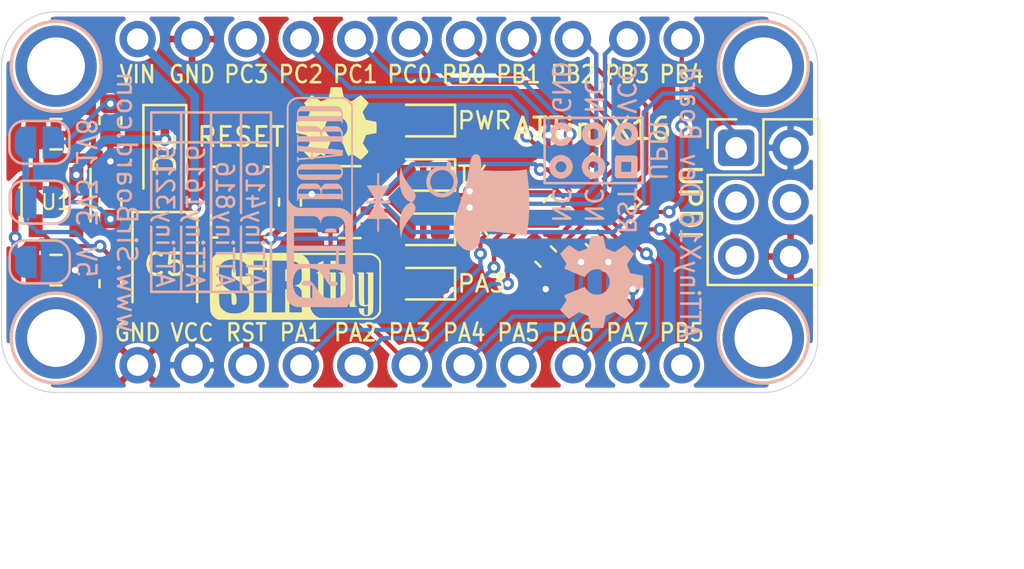
<source format=kicad_pcb>
(kicad_pcb (version 20171130) (host pcbnew "(5.1.2)-2")
  (title_block (title "ATTiny X16 Development Board ") (date 2020-04-24) (rev 2) (company SirBoard) (comment 1 www.SirBoard.com) (comment 2 "ATTiny 416, 816 and 1616"))
  (layers (0 F.Cu signal) (31 B.Cu signal) (34 B.Paste user hide) (35 F.Paste user hide) (36 B.SilkS user) (37 F.SilkS user) (38 B.Mask user hide) (39 F.Mask user hide) (44 Edge.Cuts user))
  (net 0 "")
  (net 1 VCC)
  (net 2 VIN)
  (net 3 GND)
  (net 4 RST)
  (net 5 PA1)
  (net 6 PA7)
  (net 7 PA6)
  (net 8 PA2)
  (net 9 PA3)
  (net 10 "Net-(J4-Pad5)")
  (net 11 "Net-(J4-Pad4)")
  (net 12 "Net-(J4-Pad3)")
  (net 13 /1V8)
  (net 14 /ADJ)
  (net 15 /3V3)
  (net 16 "Net-(5V1-Pad2)")
  (net 17 PA5)
  (net 18 PA4)
  (net 19 PB1)
  (net 20 PB0)
  (net 21 RXD)
  (net 22 TXD)
  (net 23 "Net-(PA3-Pad2)")
  (net 24 "Net-(PWR1-Pad2)")
  (net 25 "Net-(RN1-Pad2)")
  (net 26 "Net-(RN1-Pad3)")
  (net 27 PB5)
  (net 28 PB4)
  (net 29 PC0)
  (net 30 PC1)
  (net 31 PC2)
  (net 32 PC3)
  (module logo:SirTiny80X31 (layer F.Cu) (at 59.69 35.306)
    (fp_text reference G*** hide)
    (fp_text value LOGO hide)
  )
  (module Capacitor_Tantalum_SMD:CP_EIA-3528-15_AVX-H (layer F.Cu) (at 53.594 34.29 270)
    (fp_text reference C5 (at 0 0 180) (layer F.SilkS))
    (fp_text value 22uF)
    (pad 2 smd roundrect (at 1.5375 0 270) (size 1.325 2.35) (layers F.Cu F.Paste F.Mask) (roundrect_rratio 0.188679) (net 3 GND))
    (pad 1 smd roundrect (at -1.5375 0 270) (size 1.325 2.35) (layers F.Cu F.Paste F.Mask) (roundrect_rratio 0.188679) (net 2 VIN))
  )
  (module Connector_PinHeader_2.54mm:PinHeader_1x11_P2.54mm_Vertical (layer B.Cu) (at 52.324 23.749 270)
    (fp_text reference J2 hide)
    (fp_text value Conn_01x11)
    (pad 11 thru_hole oval (at 0 -25.4 270) (size 1.7 1.7) (drill 1) (layers *.Cu *.Mask) (net 28 PB4))
    (pad 10 thru_hole oval (at 0 -22.86 270) (size 1.7 1.7) (drill 1) (layers *.Cu *.Mask) (net 21 RXD))
    (pad 9 thru_hole oval (at 0 -20.32 270) (size 1.7 1.7) (drill 1) (layers *.Cu *.Mask) (net 22 TXD))
    (pad 8 thru_hole oval (at 0 -17.78 270) (size 1.7 1.7) (drill 1) (layers *.Cu *.Mask) (net 19 PB1))
    (pad 7 thru_hole oval (at 0 -15.24 270) (size 1.7 1.7) (drill 1) (layers *.Cu *.Mask) (net 20 PB0))
    (pad 6 thru_hole oval (at 0 -12.7 270) (size 1.7 1.7) (drill 1) (layers *.Cu *.Mask) (net 29 PC0))
    (pad 5 thru_hole oval (at 0 -10.16 270) (size 1.7 1.7) (drill 1) (layers *.Cu *.Mask) (net 30 PC1))
    (pad 4 thru_hole oval (at 0 -7.62 270) (size 1.7 1.7) (drill 1) (layers *.Cu *.Mask) (net 31 PC2))
    (pad 3 thru_hole oval (at 0 -5.08 270) (size 1.7 1.7) (drill 1) (layers *.Cu *.Mask) (net 32 PC3))
    (pad 2 thru_hole oval (at 0 -2.54 270) (size 1.7 1.7) (drill 1) (layers *.Cu *.Mask) (net 3 GND))
    (pad 1 thru_hole circle (at 0 0 270) (size 1.7 1.7) (drill 1) (layers *.Cu *.Mask) (net 2 VIN))
  )
  (module Connector_PinHeader_2.54mm:PinHeader_1x11_P2.54mm_Vertical (layer B.Cu) (at 52.324 38.989 270)
    (fp_text reference J1 hide)
    (fp_text value Conn_01x11)
    (pad 11 thru_hole oval (at 0 -25.4 270) (size 1.7 1.7) (drill 1) (layers *.Cu *.Mask) (net 27 PB5))
    (pad 10 thru_hole oval (at 0 -22.86 270) (size 1.7 1.7) (drill 1) (layers *.Cu *.Mask) (net 6 PA7))
    (pad 9 thru_hole oval (at 0 -20.32 270) (size 1.7 1.7) (drill 1) (layers *.Cu *.Mask) (net 7 PA6))
    (pad 8 thru_hole oval (at 0 -17.78 270) (size 1.7 1.7) (drill 1) (layers *.Cu *.Mask) (net 17 PA5))
    (pad 7 thru_hole oval (at 0 -15.24 270) (size 1.7 1.7) (drill 1) (layers *.Cu *.Mask) (net 18 PA4))
    (pad 6 thru_hole oval (at 0 -12.7 270) (size 1.7 1.7) (drill 1) (layers *.Cu *.Mask) (net 9 PA3))
    (pad 5 thru_hole oval (at 0 -10.16 270) (size 1.7 1.7) (drill 1) (layers *.Cu *.Mask) (net 8 PA2))
    (pad 4 thru_hole oval (at 0 -7.62 270) (size 1.7 1.7) (drill 1) (layers *.Cu *.Mask) (net 5 PA1))
    (pad 3 thru_hole oval (at 0 -5.08 270) (size 1.7 1.7) (drill 1) (layers *.Cu *.Mask) (net 4 RST))
    (pad 2 thru_hole oval (at 0 -2.54 270) (size 1.7 1.7) (drill 1) (layers *.Cu *.Mask) (net 1 VCC))
    (pad 1 thru_hole circle (at 0 0 270) (size 1.7 1.7) (drill 1) (layers *.Cu *.Mask) (net 3 GND))
  )
  (module Package_DFN_QFN:VQFN-20-1EP_3x3mm_P0.4mm_EP1.7x1.7mm (layer F.Cu) (at 73.566959 31.369 45)
    (fp_text reference U2 hide)
    (fp_text value ATtiny1616-M)
    (pad 20 smd custom (at -0.8 -1.45 45) (size 0.143431 0.143431) (layers F.Cu F.Paste F.Mask) (net 5 PA1) (options (clearance outline) (anchor circle)) (primitives (gr_poly (pts (xy -0.05 -0.35) (xy 0.05 -0.35) (xy 0.05 0.35) (xy 0.000711 0.35) (xy -0.05 0.299289)) (width 0.1))))
    (pad 19 smd roundrect (at -0.4 -1.45 45) (size 0.2 0.8) (layers F.Cu F.Paste F.Mask) (net 4 RST))
    (pad 18 smd roundrect (at 0 -1.45 45) (size 0.2 0.8) (layers F.Cu F.Paste F.Mask) (net 32 PC3))
    (pad 17 smd roundrect (at 0.4 -1.45 45) (size 0.2 0.8) (layers F.Cu F.Paste F.Mask) (net 31 PC2))
    (pad 16 smd custom (at 0.8 -1.45 45) (size 0.143431 0.143431) (layers F.Cu F.Paste F.Mask) (net 30 PC1) (options (clearance outline) (anchor circle)) (primitives (gr_poly (pts (xy -0.05 -0.35) (xy 0.05 -0.35) (xy 0.05 0.299289) (xy -0.000711 0.35) (xy -0.05 0.35)) (width 0.1))))
    (pad 15 smd custom (at 1.45 -0.8 45) (size 0.143431 0.143431) (layers F.Cu F.Paste F.Mask) (net 29 PC0) (options (clearance outline) (anchor circle)) (primitives (gr_poly (pts (xy -0.35 0.000711) (xy -0.299289 -0.05) (xy 0.35 -0.05) (xy 0.35 0.05) (xy -0.35 0.05)) (width 0.1))))
    (pad 14 smd roundrect (at 1.45 -0.4 45) (size 0.8 0.2) (layers F.Cu F.Paste F.Mask) (net 20 PB0))
    (pad 13 smd roundrect (at 1.45 0 45) (size 0.8 0.2) (layers F.Cu F.Paste F.Mask) (net 19 PB1))
    (pad 12 smd roundrect (at 1.45 0.4 45) (size 0.8 0.2) (layers F.Cu F.Paste F.Mask) (net 22 TXD))
    (pad 11 smd custom (at 1.45 0.8 45) (size 0.143431 0.143431) (layers F.Cu F.Paste F.Mask) (net 21 RXD) (options (clearance outline) (anchor circle)) (primitives (gr_poly (pts (xy -0.35 -0.05) (xy 0.35 -0.05) (xy 0.35 0.05) (xy -0.299289 0.05) (xy -0.35 -0.000711)) (width 0.1))))
    (pad 10 smd custom (at 0.8 1.45 45) (size 0.143431 0.143431) (layers F.Cu F.Paste F.Mask) (net 28 PB4) (options (clearance outline) (anchor circle)) (primitives (gr_poly (pts (xy -0.05 -0.35) (xy -0.000711 -0.35) (xy 0.05 -0.299289) (xy 0.05 0.35) (xy -0.05 0.35)) (width 0.1))))
    (pad 9 smd roundrect (at 0.4 1.45 45) (size 0.2 0.8) (layers F.Cu F.Paste F.Mask) (net 27 PB5))
    (pad 8 smd roundrect (at 0 1.45 45) (size 0.2 0.8) (layers F.Cu F.Paste F.Mask) (net 6 PA7))
    (pad 7 smd roundrect (at -0.4 1.45 45) (size 0.2 0.8) (layers F.Cu F.Paste F.Mask) (net 7 PA6))
    (pad 6 smd custom (at -0.8 1.45 45) (size 0.143431 0.143431) (layers F.Cu F.Paste F.Mask) (net 17 PA5) (options (clearance outline) (anchor circle)) (primitives (gr_poly (pts (xy -0.05 -0.299289) (xy 0.000711 -0.35) (xy 0.05 -0.35) (xy 0.05 0.35) (xy -0.05 0.35)) (width 0.1))))
    (pad 5 smd custom (at -1.45 0.8 45) (size 0.143431 0.143431) (layers F.Cu F.Paste F.Mask) (net 18 PA4) (options (clearance outline) (anchor circle)) (primitives (gr_poly (pts (xy -0.35 -0.05) (xy 0.35 -0.05) (xy 0.35 -0.000711) (xy 0.299289 0.05) (xy -0.35 0.05)) (width 0.1))))
    (pad 4 smd roundrect (at -1.45 0.4 45) (size 0.8 0.2) (layers F.Cu F.Paste F.Mask) (net 1 VCC))
    (pad 3 smd roundrect (at -1.45 0 45) (size 0.8 0.2) (layers F.Cu F.Paste F.Mask) (net 3 GND))
    (pad 2 smd roundrect (at -1.45 -0.4 45) (size 0.8 0.2) (layers F.Cu F.Paste F.Mask) (net 9 PA3))
    (pad 1 smd custom (at -1.45 -0.8 45) (size 0.143431 0.143431) (layers F.Cu F.Paste F.Mask) (net 8 PA2) (options (clearance outline) (anchor circle)) (primitives (gr_poly (pts (xy -0.35 -0.05) (xy 0.299289 -0.05) (xy 0.35 0.000711) (xy 0.35 0.05) (xy -0.35 0.05)) (width 0.1))))
    (pad 21 smd roundrect (at 0 0 45) (size 1.7 1.7) (layers F.Cu F.Mask) (roundrect_rratio 0.147059) (net 3 GND))
  )
  (module logo:OSHW62x45 (layer B.Cu) (at 73.9902 35.1028 90)
    (fp_text reference G*** hide)
    (fp_text value LOGO hide)
  )
  (module logo:logo76x107 (layer B.Cu) (at 66.802 31.369 90)
    (fp_text reference G*** hide)
    (fp_text value LOGO hide)
  )
  (module logo:OSHW55x39 (layer F.Cu) (at 61.595 27.686)
    (fp_text reference G*** hide)
    (fp_text value LOGO hide)
  )
  (module Resistor_SMD:R_Array_Convex_4x0603 (layer F.Cu) (at 62.23 31.369 180)
    (fp_text reference RN1 hide)
    (fp_text value 330E)
    (pad 5 smd rect (at 0.9 1.2 180) (size 0.8 0.5) (layers F.Cu F.Paste F.Mask) (net 1 VCC))
    (pad 6 smd rect (at 0.9 0.4 180) (size 0.8 0.4) (layers F.Cu F.Paste F.Mask) (net 1 VCC))
    (pad 8 smd rect (at 0.9 -1.2 180) (size 0.8 0.5) (layers F.Cu F.Paste F.Mask) (net 9 PA3))
    (pad 7 smd rect (at 0.9 -0.4 180) (size 0.8 0.4) (layers F.Cu F.Paste F.Mask) (net 1 VCC))
    (pad 4 smd rect (at -0.9 1.2 180) (size 0.8 0.5) (layers F.Cu F.Paste F.Mask) (net 24 "Net-(PWR1-Pad2)"))
    (pad 2 smd rect (at -0.9 -0.4 180) (size 0.8 0.4) (layers F.Cu F.Paste F.Mask) (net 25 "Net-(RN1-Pad2)"))
    (pad 3 smd rect (at -0.9 0.4 180) (size 0.8 0.4) (layers F.Cu F.Paste F.Mask) (net 26 "Net-(RN1-Pad3)"))
    (pad 1 smd rect (at -0.9 -1.2 180) (size 0.8 0.5) (layers F.Cu F.Paste F.Mask) (net 23 "Net-(PA3-Pad2)"))
  )
  (module LED_SMD:LED_0603_1608Metric (layer F.Cu) (at 65.659 30.099 180)
    (fp_text reference TX (at -1.524 0) (layer F.SilkS) (effects (font (size 0.8 0.8) (thickness 0.12)) (justify left)))
    (fp_text value YEL)
    (pad 2 smd roundrect (at 0.7875 0 180) (size 0.875 0.95) (layers F.Cu F.Paste F.Mask) (net 26 "Net-(RN1-Pad3)"))
    (pad 1 smd roundrect (at -0.7875 0 180) (size 0.875 0.95) (layers F.Cu F.Paste F.Mask) (net 22 TXD))
  )
  (module LED_SMD:LED_0603_1608Metric (layer F.Cu) (at 65.659 32.639 180)
    (fp_text reference RX (at -1.524 0) (layer F.SilkS) (effects (font (size 0.8 0.8) (thickness 0.12)) (justify left)))
    (fp_text value YEL)
    (pad 2 smd roundrect (at 0.7875 0 180) (size 0.875 0.95) (layers F.Cu F.Paste F.Mask) (net 25 "Net-(RN1-Pad2)"))
    (pad 1 smd roundrect (at -0.7875 0 180) (size 0.875 0.95) (layers F.Cu F.Paste F.Mask) (net 21 RXD))
  )
  (module Jumper:SolderJumper-2_P1.3mm_Open_RoundedPad1.0x1.5mm (layer B.Cu) (at 47.752 34.163 180)
    (fp_text reference 5V (at -2.159 0 270 unlocked) (layer B.SilkS) (effects (font (size 0.9 0.8) (thickness 0.12)) (justify mirror)))
    (fp_text value SolderJumper_2_Open)
    (pad 2 smd custom (at 0.65 0 180) (size 1 0.5) (layers B.Cu B.Mask) (net 16 "Net-(5V1-Pad2)") (options (clearance outline) (anchor rect)) (primitives (gr_circle (center 0 -0.25) (end 0.5 -0.25) (width 0)) (gr_circle (center 0 0.25) (end 0.5 0.25) (width 0)) (gr_poly (pts (xy 0 0.75) (xy -0.5 0.75) (xy -0.5 -0.75) (xy 0 -0.75)) (width 0))))
    (pad 1 smd custom (at -0.65 0 180) (size 1 0.5) (layers B.Cu B.Mask) (net 1 VCC) (options (clearance outline) (anchor rect)) (primitives (gr_circle (center 0 -0.25) (end 0.5 -0.25) (width 0)) (gr_circle (center 0 0.25) (end 0.5 0.25) (width 0)) (gr_poly (pts (xy 0 0.75) (xy 0.5 0.75) (xy 0.5 -0.75) (xy 0 -0.75)) (width 0))))
  )
  (module Diode_SMD:D_SOD-123 (layer F.Cu) (at 53.594 29.083 270)
    (fp_text reference D1 (at -0.001 0 90) (layer F.SilkS))
    (fp_text value MBR120)
    (pad 2 smd rect (at 1.65 0 270) (size 0.9 1.2) (layers F.Cu F.Paste F.Mask) (net 2 VIN))
    (pad 1 smd rect (at -1.65 0 270) (size 0.9 1.2) (layers F.Cu F.Paste F.Mask) (net 16 "Net-(5V1-Pad2)"))
  )
  (module logo:SirBoard98x31 (layer B.Cu) (at 60.833 31.369 90)
    (fp_text reference G*** hide)
    (fp_text value LOGO hide)
  )
  (module Capacitor_SMD:C_0603_1608Metric (layer F.Cu) (at 71.374 33.909 135)
    (fp_text reference C3 hide)
    (fp_text value 100nF)
    (pad 2 smd roundrect (at 0.7875 0 135) (size 0.875 0.95) (layers F.Cu F.Paste F.Mask) (net 3 GND))
    (pad 1 smd roundrect (at -0.7875 0 135) (size 0.875 0.95) (layers F.Cu F.Paste F.Mask) (net 1 VCC))
  )
  (module Capacitor_SMD:C_0805_2012Metric (layer F.Cu) (at 48.514 28.194)
    (fp_text reference C1 hide)
    (fp_text value 10uF)
    (pad 2 smd roundrect (at 0.9375 0) (size 0.975 1.4) (layers F.Cu F.Paste F.Mask) (net 3 GND))
    (pad 1 smd roundrect (at -0.9375 0) (size 0.975 1.4) (layers F.Cu F.Paste F.Mask) (net 16 "Net-(5V1-Pad2)"))
  )
  (module Capacitor_SMD:C_0805_2012Metric (layer F.Cu) (at 48.514 34.544 180)
    (fp_text reference C2 hide)
    (fp_text value 2u2)
    (pad 2 smd roundrect (at 0.9375 0 180) (size 0.975 1.4) (layers F.Cu F.Paste F.Mask) (net 3 GND))
    (pad 1 smd roundrect (at -0.9375 0 180) (size 0.975 1.4) (layers F.Cu F.Paste F.Mask) (net 1 VCC))
  )
  (module Package_TO_SOT_SMD:SOT-23-5 (layer F.Cu) (at 48.514 31.369 270)
    (fp_text reference U1 (at 0 0) (layer F.SilkS) (effects (font (size 0.7 0.7) (thickness 0.1))))
    (fp_text value AP7365)
    (pad 5 smd rect (at 1.1 -0.95 270) (size 1.06 0.65) (layers F.Cu F.Paste F.Mask) (net 1 VCC))
    (pad 4 smd rect (at 1.1 0.95 270) (size 1.06 0.65) (layers F.Cu F.Paste F.Mask) (net 14 /ADJ))
    (pad 3 smd rect (at -1.1 0.95 270) (size 1.06 0.65) (layers F.Cu F.Paste F.Mask) (net 16 "Net-(5V1-Pad2)"))
    (pad 2 smd rect (at -1.1 0 270) (size 1.06 0.65) (layers F.Cu F.Paste F.Mask) (net 3 GND))
    (pad 1 smd rect (at -1.1 -0.95 270) (size 1.06 0.65) (layers F.Cu F.Paste F.Mask) (net 16 "Net-(5V1-Pad2)"))
  )
  (module Button_Switch_SMD:SW_SPST_B3U-1000P (layer F.Cu) (at 57.15 31.369 90)
    (fp_text reference RESET (at 3.048 0) (layer F.SilkS) (effects (font (size 0.9 0.9) (thickness 0.13))))
    (fp_text value RST)
    (pad 2 smd rect (at 1.7 0 90) (size 0.9 1.7) (layers F.Cu F.Paste F.Mask) (net 3 GND))
    (pad 1 smd rect (at -1.7 0 90) (size 0.9 1.7) (layers F.Cu F.Paste F.Mask) (net 4 RST))
  )
  (module Resistor_SMD:R_0603_1608Metric (layer F.Cu) (at 59.436 31.369 270)
    (fp_text reference R6 hide)
    (fp_text value 10k)
    (pad 2 smd roundrect (at 0.7875 0 270) (size 0.875 0.95) (layers F.Cu F.Paste F.Mask) (net 4 RST))
    (pad 1 smd roundrect (at -0.7875 0 270) (size 0.875 0.95) (layers F.Cu F.Paste F.Mask) (net 1 VCC))
  )
  (module Resistor_SMD:R_0603_1608Metric (layer F.Cu) (at 51.054 27.559 90)
    (fp_text reference R5 hide)
    (fp_text value 18k)
    (pad 2 smd roundrect (at 0.7875 0 90) (size 0.875 0.95) (layers F.Cu F.Paste F.Mask) (net 13 /1V8))
    (pad 1 smd roundrect (at -0.7875 0 90) (size 0.875 0.95) (layers F.Cu F.Paste F.Mask) (net 1 VCC))
  )
  (module Resistor_SMD:R_0603_1608Metric (layer F.Cu) (at 51.054 35.179 270)
    (fp_text reference R4 hide)
    (fp_text value 12.4k)
    (pad 2 smd roundrect (at 0.7875 0 270) (size 0.875 0.95) (layers F.Cu F.Paste F.Mask) (net 3 GND))
    (pad 1 smd roundrect (at -0.7875 0 270) (size 0.875 0.95) (layers F.Cu F.Paste F.Mask) (net 14 /ADJ))
  )
  (module Resistor_SMD:R_0603_1608Metric (layer F.Cu) (at 51.054 31.369 270)
    (fp_text reference R3 hide)
    (fp_text value 39k)
    (pad 2 smd roundrect (at 0.7875 0 270) (size 0.875 0.95) (layers F.Cu F.Paste F.Mask) (net 15 /3V3))
    (pad 1 smd roundrect (at -0.7875 0 270) (size 0.875 0.95) (layers F.Cu F.Paste F.Mask) (net 1 VCC))
  )
  (module Connector_PinHeader_2.54mm:PinHeader_2x03_P2.54mm_Vertical (layer F.Cu) (at 80.264 28.829)
    (fp_text reference UPDI (at -2.159 2.54 270 unlocked) (layer F.SilkS))
    (fp_text value UPDI)
    (pad 6 thru_hole oval (at 2.54 5.08) (size 1.7 1.7) (drill 1) (layers *.Cu *.Mask) (net 3 GND))
    (pad 5 thru_hole oval (at 0 5.08) (size 1.7 1.7) (drill 1) (layers *.Cu *.Mask) (net 10 "Net-(J4-Pad5)"))
    (pad 4 thru_hole oval (at 2.54 2.54) (size 1.7 1.7) (drill 1) (layers *.Cu *.Mask) (net 11 "Net-(J4-Pad4)"))
    (pad 3 thru_hole oval (at 0 2.54) (size 1.7 1.7) (drill 1) (layers *.Cu *.Mask) (net 12 "Net-(J4-Pad3)"))
    (pad 2 thru_hole oval (at 2.54 0) (size 1.7 1.7) (drill 1) (layers *.Cu *.Mask) (net 1 VCC))
    (pad 1 thru_hole roundrect (at 0 0) (size 1.7 1.7) (drill 1) (layers *.Cu *.Mask) (roundrect_rratio 0.15) (net 4 RST))
  )
  (module SirBoardLibrary:MountingHole_M2.5_SirBoard (layer F.Cu) (at 48.514 37.719 270)
    (fp_text reference H4 hide)
    (fp_text value MountingHole)
    (pad 1 thru_hole circle (at 0 0 270) (size 3.8 3.8) (drill 2.7) (layers *.Cu *.Mask))
  )
  (module SirBoardLibrary:MountingHole_M2.5_SirBoard (layer F.Cu) (at 48.514 25.019 270)
    (fp_text reference H3 hide)
    (fp_text value MountingHole)
    (pad 1 thru_hole circle (at 0 0 270) (size 3.8 3.8) (drill 2.7) (layers *.Cu *.Mask))
  )
  (module SirBoardLibrary:MountingHole_M2.5_SirBoard (layer F.Cu) (at 81.534 37.719 270)
    (fp_text reference H2 hide)
    (fp_text value MountingHole)
    (pad 1 thru_hole circle (at 0 0 270) (size 3.8 3.8) (drill 2.7) (layers *.Cu *.Mask))
  )
  (module SirBoardLibrary:MountingHole_M2.5_SirBoard (layer F.Cu) (at 81.534 25.019 270)
    (fp_text reference H1 hide)
    (fp_text value MountingHole)
    (pad 1 thru_hole circle (at 0 0 270) (size 3.8 3.8) (drill 2.7) (layers *.Cu *.Mask))
  )
  (module LED_SMD:LED_0603_1608Metric (layer F.Cu) (at 65.659 35.179 180)
    (fp_text reference PA3 (at -1.524 0) (layer F.SilkS) (effects (font (size 0.8 0.8) (thickness 0.12)) (justify left)))
    (fp_text value BLUE)
    (pad 1 smd roundrect (at -0.7875 0 180) (size 0.875 0.95) (layers F.Cu F.Paste F.Mask) (net 3 GND))
    (pad 2 smd roundrect (at 0.7875 0 180) (size 0.875 0.95) (layers F.Cu F.Paste F.Mask) (net 23 "Net-(PA3-Pad2)"))
  )
  (module LED_SMD:LED_0603_1608Metric (layer F.Cu) (at 65.659 27.559 180)
    (fp_text reference PWR (at -1.524 0) (layer F.SilkS) (effects (font (size 0.8 0.8) (thickness 0.12)) (justify left)))
    (fp_text value RED)
    (pad 2 smd roundrect (at 0.7875 0 180) (size 0.875 0.95) (layers F.Cu F.Paste F.Mask) (net 24 "Net-(PWR1-Pad2)"))
    (pad 1 smd roundrect (at -0.7875 0 180) (size 0.875 0.95) (layers F.Cu F.Paste F.Mask) (net 3 GND))
  )
  (module Jumper:SolderJumper-2_P1.3mm_Open_RoundedPad1.0x1.5mm (layer B.Cu) (at 47.752 31.369)
    (fp_text reference 3V3 (at 2.159 0 -90 unlocked) (layer B.SilkS) (effects (font (size 0.9 0.8) (thickness 0.12)) (justify mirror)))
    (fp_text value SolderJumper_2_Open)
    (pad 2 smd custom (at 0.65 0) (size 1 0.5) (layers B.Cu B.Mask) (net 15 /3V3) (options (clearance outline) (anchor rect)) (primitives (gr_circle (center 0 -0.25) (end 0.5 -0.25) (width 0)) (gr_circle (center 0 0.25) (end 0.5 0.25) (width 0)) (gr_poly (pts (xy 0 0.75) (xy -0.5 0.75) (xy -0.5 -0.75) (xy 0 -0.75)) (width 0))))
    (pad 1 smd custom (at -0.65 0) (size 1 0.5) (layers B.Cu B.Mask) (net 14 /ADJ) (options (clearance outline) (anchor rect)) (primitives (gr_circle (center 0 -0.25) (end 0.5 -0.25) (width 0)) (gr_circle (center 0 0.25) (end 0.5 0.25) (width 0)) (gr_poly (pts (xy 0 0.75) (xy 0.5 0.75) (xy 0.5 -0.75) (xy 0 -0.75)) (width 0))))
  )
  (module Jumper:SolderJumper-2_P1.3mm_Open_RoundedPad1.0x1.5mm (layer B.Cu) (at 47.737 28.575)
    (fp_text reference 1V8 (at 2.174 0 -90 unlocked) (layer B.SilkS) (effects (font (size 0.9 0.8) (thickness 0.12)) (justify mirror)))
    (fp_text value SolderJumper_2_Open)
    (pad 2 smd custom (at 0.65 0) (size 1 0.5) (layers B.Cu B.Mask) (net 13 /1V8) (options (clearance outline) (anchor rect)) (primitives (gr_circle (center 0 -0.25) (end 0.5 -0.25) (width 0)) (gr_circle (center 0 0.25) (end 0.5 0.25) (width 0)) (gr_poly (pts (xy 0 0.75) (xy -0.5 0.75) (xy -0.5 -0.75) (xy 0 -0.75)) (width 0))))
    (pad 1 smd custom (at -0.65 0) (size 1 0.5) (layers B.Cu B.Mask) (net 14 /ADJ) (options (clearance outline) (anchor rect)) (primitives (gr_circle (center 0 -0.25) (end 0.5 -0.25) (width 0)) (gr_circle (center 0 0.25) (end 0.5 0.25) (width 0)) (gr_poly (pts (xy 0 0.75) (xy 0.5 0.75) (xy 0.5 -0.75) (xy 0 -0.75)) (width 0))))
  )
  (gr_line (start 52.959 28.575) (end 52.959 27.178) (layer B.SilkS) (width 0.12))
  (gr_line (start 52.959 28.575) (end 52.959 31.877) (layer B.SilkS) (width 0.12))
  (gr_line (start 52.959 35.56) (end 52.959 32.512) (layer B.SilkS) (width 0.12))
  (gr_text ATTiny3216 (at 53.594 35.433 270) (layer B.SilkS) (effects (font (size 0.8 0.8) (thickness 0.12)) (justify left mirror)))
  (gr_line (start 55.753 28.575) (end 55.753 27.178) (layer B.SilkS) (width 0.12))
  (gr_line (start 57.15 28.575) (end 57.15 27.178) (layer B.SilkS) (width 0.12))
  (gr_line (start 58.547 27.178) (end 58.547 28.575) (layer B.SilkS) (width 0.12))
  (gr_line (start 52.959 27.178) (end 58.547 27.178) (layer B.SilkS) (width 0.12))
  (gr_line (start 54.356 28.575) (end 54.356 27.178) (layer B.SilkS) (width 0.12))
  (gr_line (start 54.356 28.575) (end 54.356 31.877) (layer B.SilkS) (width 0.12))
  (gr_line (start 55.753 28.575) (end 55.753 31.877) (layer B.SilkS) (width 0.12))
  (gr_line (start 54.356 35.56) (end 54.356 32.512) (layer B.SilkS) (width 0.12))
  (gr_line (start 55.753 35.56) (end 55.753 32.512) (layer B.SilkS) (width 0.12))
  (gr_line (start 57.15 35.56) (end 57.15 32.512) (layer B.SilkS) (width 0.12))
  (gr_line (start 57.15 28.575) (end 57.15 31.877) (layer B.SilkS) (width 0.12))
  (gr_line (start 58.547 35.56) (end 52.959 35.56) (layer B.SilkS) (width 0.12))
  (gr_line (start 58.547 28.575) (end 58.547 35.56) (layer B.SilkS) (width 0.12))
  (gr_line (start 52.959 28.575) (end 58.547 28.575) (layer B.SilkS) (width 0.12))
  (gr_text ATTiny1616 (at 54.991 35.433 270) (layer B.SilkS) (effects (font (size 0.8 0.8) (thickness 0.12)) (justify left mirror)))
  (gr_text ATTiny816 (at 56.388 35.433 270) (layer B.SilkS) (effects (font (size 0.8 0.8) (thickness 0.12)) (justify left mirror)))
  (gr_text ATTiny416 (at 57.785 35.433 270) (layer B.SilkS) (effects (font (size 0.8 0.8) (thickness 0.12)) (justify left mirror)))
  (gr_text "ATTinyX16 Dev Board" (at 78.105 31.369 270) (layer B.SilkS) (effects (font (size 0.9 0.8) (thickness 0.12)) (justify mirror)))
  (gr_text VCC (at 75.1332 27.305 270) (layer B.SilkS) (effects (font (size 0.8 0.8) (thickness 0.12)) (justify left mirror)))
  (gr_text GND (at 72.0852 27.305 270) (layer B.SilkS) (effects (font (size 0.8 0.8) (thickness 0.12)) (justify left mirror)))
  (gr_text NC (at 73.6092 27.305 270) (layer B.SilkS) (effects (font (size 0.8 0.8) (thickness 0.12)) (justify left mirror)))
  (gr_text NC (at 72.0852 30.607 270) (layer B.SilkS) (effects (font (size 0.8 0.8) (thickness 0.12)) (justify right mirror)))
  (gr_text RST (at 75.1332 30.607 270) (layer B.SilkS) (effects (font (size 0.8 0.8) (thickness 0.12)) (justify right mirror)))
  (gr_text NC (at 73.6092 30.607 270) (layer B.SilkS) (effects (font (size 0.8 0.8) (thickness 0.12)) (justify right mirror)))
  (gr_text UPDI (at 76.581 28.956 270) (layer B.SilkS) (effects (font (size 0.8 0.8) (thickness 0.12)) (justify mirror)))
  (gr_circle (center 75.1332 28.194) (end 75.1332 28.595609) (layer B.SilkS) (width 0.3))
  (gr_circle (center 72.0852 29.718) (end 72.0852 30.119609) (layer B.SilkS) (width 0.3))
  (gr_circle (center 73.6092 28.194) (end 73.6092 28.595609) (layer B.SilkS) (width 0.3))
  (gr_circle (center 72.0852 28.194) (end 72.0852 28.595609) (layer B.SilkS) (width 0.3))
  (gr_circle (center 73.6092 29.718) (end 73.6092 30.119609) (layer B.SilkS) (width 0.3))
  (gr_line (start 75.8952 30.48) (end 71.3232 30.48) (layer B.SilkS) (width 0.12))
  (gr_line (start 75.8952 27.432) (end 75.8952 30.48) (layer B.SilkS) (width 0.12))
  (gr_line (start 71.3232 27.432) (end 75.8952 27.432) (layer B.SilkS) (width 0.12))
  (gr_line (start 71.3232 30.48) (end 71.3232 27.432) (layer B.SilkS) (width 0.12))
  (gr_line (start 75.5142 29.337) (end 75.5142 30.099) (layer B.SilkS) (width 0.3))
  (gr_line (start 75.5142 30.099) (end 74.7522 30.099) (layer B.SilkS) (width 0.3))
  (gr_line (start 74.7522 30.099) (end 74.7522 29.337) (layer B.SilkS) (width 0.3))
  (gr_line (start 74.7522 29.337) (end 75.5142 29.337) (layer B.SilkS) (width 0.3))
  (gr_text PC3 (at 57.404 25.4) (layer F.SilkS) (effects (font (size 0.8 0.7) (thickness 0.12))))
  (gr_text PC2 (at 59.944 25.4) (layer F.SilkS) (effects (font (size 0.8 0.7) (thickness 0.12))))
  (gr_text PC1 (at 62.484 25.4) (layer F.SilkS) (effects (font (size 0.8 0.7) (thickness 0.12))))
  (gr_text PC0 (at 65.024 25.4) (layer F.SilkS) (effects (font (size 0.8 0.7) (thickness 0.12))))
  (gr_text PB5 (at 77.724 37.465) (layer F.SilkS) (effects (font (size 0.8 0.7) (thickness 0.12))))
  (gr_text PB4 (at 77.724 25.4) (layer F.SilkS) (effects (font (size 0.8 0.7) (thickness 0.12))))
  (gr_text ATTinyX16 (at 73.5584 27.94) (layer F.SilkS) (effects (font (size 1 1))))
  (gr_text PB2 (at 72.644 25.4) (layer F.SilkS) (effects (font (size 0.8 0.7) (thickness 0.12))))
  (gr_text PB3 (at 75.184 25.4) (layer F.SilkS) (effects (font (size 0.8 0.7) (thickness 0.12))))
  (gr_text PA6 (at 72.644 37.465) (layer F.SilkS) (effects (font (size 0.8 0.7) (thickness 0.12))))
  (gr_text PB1 (at 70.104 25.4) (layer F.SilkS) (effects (font (size 0.8 0.7) (thickness 0.12))))
  (gr_text PB0 (at 67.564 25.4) (layer F.SilkS) (effects (font (size 0.8 0.7) (thickness 0.12))))
  (gr_text PA1 (at 59.944 37.465) (layer F.SilkS) (effects (font (size 0.8 0.7) (thickness 0.12))))
  (gr_text www.SirBoard.com (at 51.816 31.369 270) (layer B.SilkS) (effects (font (size 0.9 0.9) (thickness 0.12)) (justify mirror)))
  (gr_line (start 81.534 22.479) (end 48.514 22.479) (layer Edge.Cuts) (width 0.05))
  (gr_line (start 84.074 37.719) (end 84.074 25.019) (layer Edge.Cuts) (width 0.05))
  (gr_line (start 48.514 40.259) (end 81.534 40.259) (layer Edge.Cuts) (width 0.05))
  (gr_line (start 45.974 37.719) (end 45.974 25.019) (layer Edge.Cuts) (width 0.05))
  (gr_arc (start 48.514 37.719) (end 45.974 37.719) (angle -90) (layer Edge.Cuts) (width 0.05))
  (gr_arc (start 48.514 25.019) (end 48.514 22.479) (angle -90) (layer Edge.Cuts) (width 0.05))
  (gr_arc (start 81.534 25.019) (end 84.074 25.019) (angle -90) (layer Edge.Cuts) (width 0.05))
  (gr_arc (start 81.534 37.719) (end 81.534 40.259) (angle -90) (layer Edge.Cuts) (width 0.05))
  (gr_text PA4 (at 67.564 37.465) (layer F.SilkS) (effects (font (size 0.8 0.7) (thickness 0.12))))
  (gr_text PA7 (at 75.184 37.465) (layer F.SilkS) (effects (font (size 0.8 0.7) (thickness 0.12))))
  (gr_text PA5 (at 70.104 37.465) (layer F.SilkS) (effects (font (size 0.8 0.7) (thickness 0.12))))
  (gr_text GND (at 52.324 37.465) (layer F.SilkS) (effects (font (size 0.8 0.7) (thickness 0.12))))
  (gr_text VIN (at 52.324 25.4) (layer F.SilkS) (effects (font (size 0.8 0.7) (thickness 0.12))))
  (gr_text VCC (at 54.864 37.465) (layer F.SilkS) (effects (font (size 0.8 0.7) (thickness 0.12))))
  (gr_text GND (at 54.864 25.4) (layer F.SilkS) (effects (font (size 0.8 0.7) (thickness 0.12))))
  (gr_text PA3 (at 65.024 37.465) (layer F.SilkS) (effects (font (size 0.8 0.7) (thickness 0.12))))
  (gr_text RST (at 57.404 37.465) (layer F.SilkS) (effects (font (size 0.8 0.7) (thickness 0.12))))
  (gr_text PA2 (at 62.484 37.465) (layer F.SilkS) (effects (font (size 0.8 0.7) (thickness 0.12))))
  (via (at 49.403 34.544) (size 0.6) (drill 0.3) (layers F.Cu B.Cu) (net 1))
  (segment (start 51.054 28.3465) (end 51.054 29.464) (width 0.3) (layer F.Cu) (net 1))
  (segment (start 51.054 29.464) (end 51.054 30.5815) (width 0.3) (layer F.Cu) (net 1))
  (via (at 51.054 29.464) (size 0.6) (drill 0.3) (layers F.Cu B.Cu) (net 1))
  (segment (start 49.464 32.197) (end 49.464 32.469) (width 0.3) (layer F.Cu) (net 1))
  (segment (start 51.054 30.5815) (end 51.054 30.607) (width 0.3) (layer F.Cu) (net 1))
  (segment (start 51.054 30.607) (end 49.464 32.197) (width 0.3) (layer F.Cu) (net 1))
  (segment (start 61.33 30.169) (end 61.33 31.769) (width 0.3) (layer F.Cu) (net 1))
  (via (at 60.452 30.988) (size 0.6) (drill 0.3) (layers F.Cu B.Cu) (net 1))
  (segment (start 60.452 30.988) (end 60.579 30.988) (width 0.3) (layer F.Cu) (net 1))
  (segment (start 61.33 30.969) (end 60.471 30.969) (width 0.3) (layer F.Cu) (net 1))
  (segment (start 60.471 30.969) (end 60.452 30.988) (width 0.3) (layer F.Cu) (net 1))
  (segment (start 60.0455 30.5815) (end 60.452 30.988) (width 0.3) (layer F.Cu) (net 1))
  (segment (start 59.436 30.5815) (end 60.0455 30.5815) (width 0.3) (layer F.Cu) (net 1))
  (segment (start 72.39 34.006694) (end 71.930847 34.465847) (width 0.2) (layer F.Cu) (net 1))
  (segment (start 72.824497 32.677148) (end 72.39 33.111645) (width 0.2) (layer F.Cu) (net 1))
  (segment (start 72.39 33.111645) (end 72.39 34.006694) (width 0.2) (layer F.Cu) (net 1))
  (via (at 71.374 35.433) (size 0.6) (drill 0.3) (layers F.Cu B.Cu) (net 1))
  (segment (start 71.374 35.022694) (end 71.374 35.433) (width 0.2) (layer F.Cu) (net 1))
  (segment (start 71.930847 34.465847) (end 71.374 35.022694) (width 0.2) (layer F.Cu) (net 1))
  (via (at 54.991 31.623) (size 0.6) (drill 0.3) (layers F.Cu B.Cu) (net 2))
  (segment (start 52.324 23.749) (end 54.991 26.416) (width 0.4) (layer B.Cu) (net 2))
  (segment (start 54.991 26.416) (end 54.991 31.623) (width 0.4) (layer B.Cu) (net 2))
  (segment (start 54.991 31.623) (end 53.594 31.623) (width 0.4) (layer F.Cu) (net 2))
  (segment (start 53.594 31.623) (end 53.594 30.733) (width 0.4) (layer F.Cu) (net 2))
  (segment (start 53.594 31.623) (end 53.594 32.7525) (width 0.4) (layer F.Cu) (net 2))
  (segment (start 72.541654 32.394305) (end 73.566959 31.369) (width 0.2) (layer F.Cu) (net 3))
  (segment (start 71.583806 33.352153) (end 70.817153 33.352153) (width 0.2) (layer F.Cu) (net 3))
  (segment (start 72.541654 32.394305) (end 71.583806 33.352153) (width 0.2) (layer F.Cu) (net 3))
  (segment (start 58.5235 33.069) (end 58.5235 33.069) (width 0.3) (layer F.Cu) (net 4))
  (segment (start 57.15 33.069) (end 58.5235 33.069) (width 0.3) (layer F.Cu) (net 4))
  (segment (start 57.15 33.069) (end 57.15 36.195) (width 0.3) (layer F.Cu) (net 4))
  (segment (start 57.404 36.449) (end 57.404 38.989) (width 0.3) (layer F.Cu) (net 4))
  (segment (start 57.15 36.195) (end 57.404 36.449) (width 0.3) (layer F.Cu) (net 4))
  (via (at 71.12 29.845) (size 0.6) (drill 0.3) (layers F.Cu B.Cu) (net 4))
  (segment (start 58.5235 33.069) (end 59.436 32.1565) (width 0.3) (layer F.Cu) (net 4))
  (via (at 58.5235 33.069) (size 0.6) (drill 0.3) (layers F.Cu B.Cu) (net 4))
  (segment (start 70.866 29.591) (end 71.12 29.845) (width 0.2) (layer B.Cu) (net 4))
  (segment (start 65.151 29.591) (end 70.866 29.591) (width 0.2) (layer B.Cu) (net 4))
  (segment (start 58.5235 33.069) (end 61.673 33.069) (width 0.2) (layer B.Cu) (net 4))
  (segment (start 71.477273 29.845) (end 71.12 29.845) (width 0.2) (layer F.Cu) (net 4))
  (segment (start 72.258811 30.626538) (end 71.477273 29.845) (width 0.2) (layer F.Cu) (net 4))
  (segment (start 61.673 33.069) (end 63.5635 31.1785) (width 0.2) (layer B.Cu) (net 4))
  (segment (start 63.5635 31.1785) (end 65.151 29.591) (width 0.2) (layer B.Cu) (net 4))
  (segment (start 65.151 32.766) (end 74.549 32.766) (width 0.2) (layer B.Cu) (net 4))
  (segment (start 78.359 26.289) (end 80.264 28.194) (width 0.2) (layer B.Cu) (net 4))
  (segment (start 74.549 32.766) (end 75.946 31.369) (width 0.2) (layer B.Cu) (net 4))
  (segment (start 80.264 28.194) (end 80.264 28.829) (width 0.2) (layer B.Cu) (net 4))
  (segment (start 63.5635 31.1785) (end 65.151 32.766) (width 0.2) (layer B.Cu) (net 4))
  (segment (start 75.946 31.369) (end 75.946 27.178) (width 0.2) (layer B.Cu) (net 4))
  (segment (start 75.946 27.178) (end 76.835 26.289) (width 0.2) (layer B.Cu) (net 4))
  (segment (start 76.835 26.289) (end 78.359 26.289) (width 0.2) (layer B.Cu) (net 4))
  (via (at 68.326 33.782006) (size 0.6) (drill 0.3) (layers F.Cu B.Cu) (net 5))
  (segment (start 68.326 34.417) (end 68.326 33.782006) (width 0.2) (layer B.Cu) (net 5))
  (segment (start 65.405 37.338) (end 68.326 34.417) (width 0.2) (layer B.Cu) (net 5))
  (segment (start 59.944 38.989) (end 61.595 37.338) (width 0.2) (layer B.Cu) (net 5))
  (segment (start 61.595 37.338) (end 65.405 37.338) (width 0.2) (layer B.Cu) (net 5))
  (segment (start 68.326 33.357742) (end 68.326 33.782006) (width 0.2) (layer F.Cu) (net 5))
  (segment (start 68.326 33.147) (end 68.326 33.357742) (width 0.2) (layer F.Cu) (net 5))
  (segment (start 71.975969 30.909381) (end 70.563619 30.909381) (width 0.2) (layer F.Cu) (net 5))
  (segment (start 70.563619 30.909381) (end 68.326 33.147) (width 0.2) (layer F.Cu) (net 5))
  (via (at 76.073 33.782) (size 0.6) (drill 0.3) (layers F.Cu B.Cu) (net 6))
  (segment (start 75.979959 33.782) (end 76.073 33.782) (width 0.2) (layer F.Cu) (net 6))
  (segment (start 74.592264 32.394305) (end 75.979959 33.782) (width 0.2) (layer F.Cu) (net 6))
  (segment (start 76.581 34.29) (end 76.073 33.782) (width 0.2) (layer B.Cu) (net 6))
  (segment (start 75.184 38.989) (end 76.581 37.592) (width 0.2) (layer B.Cu) (net 6))
  (segment (start 76.581 37.592) (end 76.581 34.29) (width 0.2) (layer B.Cu) (net 6))
  (segment (start 75.438 35.008736) (end 75.438 35.433) (width 0.2) (layer F.Cu) (net 7))
  (segment (start 75.438 33.805727) (end 75.438 35.008736) (width 0.2) (layer F.Cu) (net 7))
  (segment (start 74.309421 32.677148) (end 75.438 33.805727) (width 0.2) (layer F.Cu) (net 7))
  (segment (start 75.438 35.857264) (end 75.438 35.433) (width 0.2) (layer B.Cu) (net 7))
  (segment (start 72.644 38.989) (end 75.438 36.195) (width 0.2) (layer B.Cu) (net 7))
  (segment (start 75.438 36.195) (end 75.438 35.857264) (width 0.2) (layer B.Cu) (net 7))
  (via (at 75.438 35.433) (size 0.6) (drill 0.3) (layers F.Cu B.Cu) (net 7))
  (via (at 68.961 34.416996) (size 0.6) (drill 0.3) (layers F.Cu B.Cu) (net 8))
  (segment (start 62.484 38.989) (end 63.754 37.719) (width 0.2) (layer B.Cu) (net 8))
  (segment (start 65.658996 37.719) (end 68.661001 34.716995) (width 0.2) (layer B.Cu) (net 8))
  (segment (start 68.661001 34.716995) (end 68.961 34.416996) (width 0.2) (layer B.Cu) (net 8))
  (segment (start 63.754 37.719) (end 65.658996 37.719) (width 0.2) (layer B.Cu) (net 8))
  (segment (start 68.961 33.992732) (end 68.961 34.416996) (width 0.2) (layer F.Cu) (net 8))
  (segment (start 68.961 33.147) (end 68.961 33.992732) (width 0.2) (layer F.Cu) (net 8))
  (segment (start 71.975969 31.828619) (end 70.279381 31.828619) (width 0.2) (layer F.Cu) (net 8))
  (segment (start 70.279381 31.828619) (end 68.961 33.147) (width 0.2) (layer F.Cu) (net 8))
  (segment (start 61.33 35.295) (end 65.024 38.989) (width 0.2) (layer F.Cu) (net 9))
  (segment (start 61.33 32.569) (end 61.33 35.295) (width 0.2) (layer F.Cu) (net 9))
  (via (at 69.596 35.179) (size 0.6) (drill 0.3) (layers F.Cu B.Cu) (net 9))
  (segment (start 72.258811 32.111462) (end 71.905259 32.465014) (width 0.2) (layer F.Cu) (net 9))
  (segment (start 65.024 38.989) (end 68.834 35.179) (width 0.2) (layer B.Cu) (net 9))
  (segment (start 69.171736 35.179) (end 69.596 35.179) (width 0.2) (layer B.Cu) (net 9))
  (segment (start 69.596 34.754736) (end 69.596 35.179) (width 0.2) (layer F.Cu) (net 9))
  (segment (start 69.596 33.147) (end 69.596 34.754736) (width 0.2) (layer F.Cu) (net 9))
  (segment (start 70.277986 32.465014) (end 69.596 33.147) (width 0.2) (layer F.Cu) (net 9))
  (segment (start 71.905259 32.465014) (end 70.277986 32.465014) (width 0.2) (layer F.Cu) (net 9))
  (segment (start 68.834 35.179) (end 69.171736 35.179) (width 0.2) (layer B.Cu) (net 9))
  (via (at 51.054 26.7715) (size 0.6) (drill 0.3) (layers F.Cu B.Cu) (net 13))
  (segment (start 50.7905 26.7715) (end 51.054 26.7715) (width 0.2) (layer B.Cu) (net 13))
  (segment (start 48.987 28.575) (end 50.7905 26.7715) (width 0.2) (layer B.Cu) (net 13))
  (segment (start 48.387 28.575) (end 48.987 28.575) (width 0.2) (layer B.Cu) (net 13))
  (segment (start 47.087 31.354) (end 47.102 31.369) (width 0.3) (layer B.Cu) (net 14))
  (segment (start 47.087 28.575) (end 47.087 31.354) (width 0.3) (layer B.Cu) (net 14))
  (segment (start 51.054 33.909) (end 51.054 34.3915) (width 0.2) (layer F.Cu) (net 14))
  (segment (start 50.5714 33.4264) (end 50.5714 33.4264) (width 0.2) (layer F.Cu) (net 14))
  (segment (start 48.4886 33.4264) (end 50.5714 33.4264) (width 0.2) (layer F.Cu) (net 14))
  (segment (start 47.564 32.469) (end 47.564 32.5018) (width 0.2) (layer F.Cu) (net 14))
  (segment (start 47.564 32.5018) (end 48.4886 33.4264) (width 0.2) (layer F.Cu) (net 14))
  (segment (start 50.5714 33.4264) (end 51.054 33.909) (width 0.2) (layer F.Cu) (net 14))
  (via (at 50.5714 33.4264) (size 0.6) (drill 0.3) (layers F.Cu B.Cu) (net 14))
  (segment (start 50.5714 33.4264) (end 50.0634 33.4264) (width 0.2) (layer B.Cu) (net 14))
  (segment (start 50.0634 33.4264) (end 49.403 32.766) (width 0.2) (layer B.Cu) (net 14))
  (segment (start 47.102 32.216592) (end 47.102 31.369) (width 0.2) (layer B.Cu) (net 14))
  (segment (start 47.651408 32.766) (end 47.102 32.216592) (width 0.2) (layer B.Cu) (net 14))
  (segment (start 49.403 32.766) (end 47.651408 32.766) (width 0.2) (layer B.Cu) (net 14))
  (via (at 51.054 32.1565) (size 0.6) (drill 0.3) (layers F.Cu B.Cu) (net 15))
  (segment (start 48.402 31.369) (end 50.2665 31.369) (width 0.2) (layer B.Cu) (net 15))
  (segment (start 50.2665 31.369) (end 51.054 32.1565) (width 0.2) (layer B.Cu) (net 15))
  (segment (start 47.5765 30.2565) (end 47.564 30.269) (width 0.3) (layer F.Cu) (net 16))
  (segment (start 47.5765 28.194) (end 47.5765 30.2565) (width 0.3) (layer F.Cu) (net 16))
  (via (at 46.609 33.020002) (size 0.6) (drill 0.3) (layers F.Cu B.Cu) (net 16))
  (segment (start 46.577226 33.638226) (end 46.577226 33.051776) (width 0.3) (layer B.Cu) (net 16))
  (segment (start 47.102 34.163) (end 46.577226 33.638226) (width 0.3) (layer B.Cu) (net 16))
  (segment (start 46.577226 33.051776) (end 46.609 33.020002) (width 0.3) (layer B.Cu) (net 16))
  (segment (start 46.609 32.595738) (end 46.609 33.020002) (width 0.3) (layer F.Cu) (net 16))
  (segment (start 46.609 30.607) (end 46.609 32.595738) (width 0.3) (layer F.Cu) (net 16))
  (segment (start 47.564 30.269) (end 46.947 30.269) (width 0.3) (layer F.Cu) (net 16))
  (segment (start 46.947 30.269) (end 46.609 30.607) (width 0.3) (layer F.Cu) (net 16))
  (segment (start 47.564 30.927) (end 47.564 30.269) (width 0.3) (layer F.Cu) (net 16))
  (segment (start 48.006 31.369) (end 47.564 30.927) (width 0.3) (layer F.Cu) (net 16))
  (segment (start 49.022 31.369) (end 48.006 31.369) (width 0.3) (layer F.Cu) (net 16))
  (segment (start 49.464 30.269) (end 49.464 30.927) (width 0.3) (layer F.Cu) (net 16))
  (segment (start 49.464 30.927) (end 49.022 31.369) (width 0.3) (layer F.Cu) (net 16))
  (via (at 49.464 30.099) (size 0.6) (drill 0.3) (layers F.Cu B.Cu) (net 16))
  (via (at 53.594 28.448) (size 0.6) (drill 0.3) (layers F.Cu B.Cu) (net 16))
  (segment (start 53.594 28.448) (end 53.594 27.433) (width 0.4) (layer F.Cu) (net 16))
  (segment (start 50.8 28.448) (end 53.594 28.448) (width 0.4) (layer B.Cu) (net 16))
  (segment (start 49.464 30.099) (end 49.464 29.784) (width 0.4) (layer B.Cu) (net 16))
  (segment (start 49.464 29.784) (end 50.8 28.448) (width 0.4) (layer B.Cu) (net 16))
  (via (at 74.295 34.163) (size 0.6) (drill 0.3) (layers F.Cu B.Cu) (net 17))
  (segment (start 74.026578 32.95999) (end 74.026578 33.894578) (width 0.2) (layer F.Cu) (net 17))
  (segment (start 74.026578 33.894578) (end 74.295 34.163) (width 0.2) (layer F.Cu) (net 17))
  (segment (start 70.104 38.989) (end 71.374 37.719) (width 0.2) (layer B.Cu) (net 17))
  (segment (start 71.374 37.719) (end 72.517 37.719) (width 0.2) (layer B.Cu) (net 17))
  (segment (start 74.295 35.941) (end 74.295 34.163) (width 0.2) (layer B.Cu) (net 17))
  (segment (start 72.517 37.719) (end 74.295 35.941) (width 0.2) (layer B.Cu) (net 17))
  (via (at 73.025 34.163) (size 0.6) (drill 0.3) (layers F.Cu B.Cu) (net 18))
  (segment (start 73.10734 32.95999) (end 73.10734 34.08066) (width 0.2) (layer F.Cu) (net 18))
  (segment (start 73.10734 34.08066) (end 73.025 34.163) (width 0.2) (layer F.Cu) (net 18))
  (segment (start 69.85 36.703) (end 72.263 36.703) (width 0.2) (layer B.Cu) (net 18))
  (segment (start 67.564 38.989) (end 69.85 36.703) (width 0.2) (layer B.Cu) (net 18))
  (segment (start 72.263 36.703) (end 73.025 35.941) (width 0.2) (layer B.Cu) (net 18))
  (segment (start 73.025 35.941) (end 73.025 34.163) (width 0.2) (layer B.Cu) (net 18))
  (segment (start 71.374 25.019) (end 70.104 23.749) (width 0.2) (layer F.Cu) (net 19))
  (segment (start 72.517 25.019) (end 71.374 25.019) (width 0.2) (layer F.Cu) (net 19))
  (segment (start 74.945816 27.447816) (end 72.517 25.019) (width 0.2) (layer F.Cu) (net 19))
  (segment (start 74.592264 30.343695) (end 74.945816 29.990143) (width 0.2) (layer F.Cu) (net 19))
  (segment (start 74.945816 29.990143) (end 74.945816 27.447816) (width 0.2) (layer F.Cu) (net 19))
  (segment (start 69.215 25.4) (end 67.564 23.749) (width 0.2) (layer F.Cu) (net 20))
  (segment (start 72.263 25.4) (end 69.215 25.4) (width 0.2) (layer F.Cu) (net 20))
  (segment (start 74.58643 27.72343) (end 72.263 25.4) (width 0.2) (layer F.Cu) (net 20))
  (segment (start 74.309421 30.060852) (end 74.58643 29.783843) (width 0.2) (layer F.Cu) (net 20))
  (segment (start 74.58643 29.783843) (end 74.58643 27.72343) (width 0.2) (layer F.Cu) (net 20))
  (segment (start 74.8538 23.749) (end 75.184 23.749) (width 0.2) (layer F.Cu) (net 21))
  (segment (start 74.1426 24.4602) (end 74.8538 23.749) (width 0.2) (layer F.Cu) (net 21))
  (segment (start 74.1426 24.9428) (end 74.1426 24.4602) (width 0.2) (layer F.Cu) (net 21))
  (segment (start 76.073 26.8732) (end 74.1426 24.9428) (width 0.2) (layer F.Cu) (net 21))
  (segment (start 75.157949 30.909381) (end 76.073 29.99433) (width 0.2) (layer F.Cu) (net 21))
  (segment (start 76.073 29.99433) (end 76.073 26.8732) (width 0.2) (layer F.Cu) (net 21))
  (via (at 67.818 31.623) (size 0.6) (drill 0.3) (layers F.Cu B.Cu) (net 21))
  (segment (start 74.8538 23.749) (end 75.184 23.749) (width 0.2) (layer B.Cu) (net 21))
  (segment (start 74.1426 24.4602) (end 74.8538 23.749) (width 0.2) (layer B.Cu) (net 21))
  (segment (start 74.1426 30.7594) (end 74.1426 24.4602) (width 0.2) (layer B.Cu) (net 21))
  (segment (start 73.4568 31.4452) (end 74.1426 30.7594) (width 0.2) (layer B.Cu) (net 21))
  (segment (start 67.818 31.623) (end 67.9958 31.4452) (width 0.2) (layer B.Cu) (net 21))
  (segment (start 67.9958 31.4452) (end 73.4568 31.4452) (width 0.2) (layer B.Cu) (net 21))
  (segment (start 67.6402 31.4452) (end 67.818 31.623) (width 0.2) (layer F.Cu) (net 21))
  (segment (start 66.9798 31.4452) (end 67.6402 31.4452) (width 0.2) (layer F.Cu) (net 21))
  (segment (start 66.4465 32.639) (end 66.4465 31.9785) (width 0.2) (layer F.Cu) (net 21))
  (segment (start 66.4465 31.9785) (end 66.9798 31.4452) (width 0.2) (layer F.Cu) (net 21))
  (segment (start 75.692 29.809645) (end 75.057 30.444645) (width 0.2) (layer F.Cu) (net 22))
  (segment (start 75.692 27.051) (end 75.692 29.809645) (width 0.2) (layer F.Cu) (net 22))
  (segment (start 73.7362 25.0952) (end 75.692 27.051) (width 0.2) (layer F.Cu) (net 22))
  (segment (start 73.7362 24.4602) (end 73.7362 25.0952) (width 0.2) (layer F.Cu) (net 22))
  (segment (start 72.644 23.749) (end 73.025 23.749) (width 0.2) (layer F.Cu) (net 22))
  (segment (start 73.025 23.749) (end 73.7362 24.4602) (width 0.2) (layer F.Cu) (net 22))
  (via (at 67.818 30.861) (size 0.6) (drill 0.3) (layers F.Cu B.Cu) (net 22))
  (segment (start 73.025 23.749) (end 72.644 23.749) (width 0.2) (layer B.Cu) (net 22))
  (segment (start 73.7362 24.4602) (end 73.025 23.749) (width 0.2) (layer B.Cu) (net 22))
  (segment (start 73.7362 30.5308) (end 73.7362 24.4602) (width 0.2) (layer B.Cu) (net 22))
  (segment (start 73.2282 31.0388) (end 73.7362 30.5308) (width 0.2) (layer B.Cu) (net 22))
  (segment (start 67.818 30.861) (end 67.9958 31.0388) (width 0.2) (layer B.Cu) (net 22))
  (segment (start 67.9958 31.0388) (end 73.2282 31.0388) (width 0.2) (layer B.Cu) (net 22))
  (segment (start 67.6402 31.0388) (end 67.818 30.861) (width 0.2) (layer F.Cu) (net 22))
  (segment (start 66.9798 31.0388) (end 67.6402 31.0388) (width 0.2) (layer F.Cu) (net 22))
  (segment (start 66.4465 30.099) (end 66.4465 30.5055) (width 0.2) (layer F.Cu) (net 22))
  (segment (start 66.4465 30.5055) (end 66.9798 31.0388) (width 0.2) (layer F.Cu) (net 22))
  (segment (start 63.881 34.1885) (end 64.8715 35.179) (width 0.2) (layer F.Cu) (net 23))
  (segment (start 63.13 32.569) (end 63.881 33.32) (width 0.2) (layer F.Cu) (net 23))
  (segment (start 63.881 33.32) (end 63.881 34.1885) (width 0.2) (layer F.Cu) (net 23))
  (segment (start 63.557 30.169) (end 63.881 29.845) (width 0.2) (layer F.Cu) (net 24))
  (segment (start 63.13 30.169) (end 63.557 30.169) (width 0.2) (layer F.Cu) (net 24))
  (segment (start 63.881 29.845) (end 63.881 28.5495) (width 0.2) (layer F.Cu) (net 24))
  (segment (start 63.881 28.5495) (end 64.8715 27.559) (width 0.2) (layer F.Cu) (net 24))
  (segment (start 64.0015 31.769) (end 64.8715 32.639) (width 0.2) (layer F.Cu) (net 25))
  (segment (start 63.13 31.769) (end 64.0015 31.769) (width 0.2) (layer F.Cu) (net 25))
  (segment (start 64.0015 30.969) (end 64.8715 30.099) (width 0.2) (layer F.Cu) (net 26))
  (segment (start 63.13 30.969) (end 64.0015 30.969) (width 0.2) (layer F.Cu) (net 26))
  (via (at 76.708 32.639) (size 0.6) (drill 0.3) (layers F.Cu B.Cu) (net 27))
  (segment (start 74.875107 32.111462) (end 75.402645 32.639) (width 0.2) (layer F.Cu) (net 27))
  (segment (start 75.402645 32.639) (end 76.708 32.639) (width 0.2) (layer F.Cu) (net 27))
  (segment (start 77.724 33.655) (end 76.708 32.639) (width 0.2) (layer B.Cu) (net 27))
  (segment (start 77.724 38.989) (end 77.724 33.655) (width 0.2) (layer B.Cu) (net 27))
  (segment (start 75.157949 31.828619) (end 77.137381 31.828619) (width 0.2) (layer F.Cu) (net 28))
  (segment (start 77.724 31.242) (end 77.724 27.813) (width 0.2) (layer B.Cu) (net 28))
  (segment (start 77.137381 31.828619) (end 77.724 31.242) (width 0.2) (layer B.Cu) (net 28))
  (segment (start 77.137381 31.828619) (end 77.137381 31.828619) (width 0.2) (layer F.Cu) (net 28))
  (via (at 77.137381 31.828619) (size 0.6) (drill 0.3) (layers F.Cu B.Cu) (net 28))
  (segment (start 77.724 27.813) (end 77.724 23.749) (width 0.2) (layer F.Cu) (net 28))
  (via (at 77.724 27.813) (size 0.6) (drill 0.3) (layers F.Cu B.Cu) (net 28))
  (segment (start 67.056 25.781) (end 65.024 23.749) (width 0.2) (layer F.Cu) (net 29))
  (segment (start 72.009 25.781) (end 67.056 25.781) (width 0.2) (layer F.Cu) (net 29))
  (segment (start 74.026578 29.77801) (end 74.026578 27.798578) (width 0.2) (layer F.Cu) (net 29))
  (segment (start 74.026578 27.798578) (end 72.009 25.781) (width 0.2) (layer F.Cu) (net 29))
  (via (at 72.517 28.193996) (size 0.6) (drill 0.3) (layers F.Cu B.Cu) (net 30))
  (segment (start 72.517 29.18767) (end 72.517 28.61826) (width 0.2) (layer F.Cu) (net 30))
  (segment (start 72.517 28.61826) (end 72.517 28.193996) (width 0.2) (layer F.Cu) (net 30))
  (segment (start 73.10734 29.77801) (end 72.517 29.18767) (width 0.2) (layer F.Cu) (net 30))
  (segment (start 72.517 27.94) (end 72.517 28.193996) (width 0.2) (layer B.Cu) (net 30))
  (segment (start 70.231 25.654) (end 72.517 27.94) (width 0.2) (layer B.Cu) (net 30))
  (segment (start 62.484 23.749) (end 64.389 25.654) (width 0.2) (layer B.Cu) (net 30))
  (segment (start 64.389 25.654) (end 70.231 25.654) (width 0.2) (layer B.Cu) (net 30))
  (via (at 71.501 28.237262) (size 0.6) (drill 0.3) (layers F.Cu B.Cu) (net 31))
  (segment (start 72.824497 30.060852) (end 71.501 28.737355) (width 0.2) (layer F.Cu) (net 31))
  (segment (start 71.501 28.661526) (end 71.501 28.237262) (width 0.2) (layer F.Cu) (net 31))
  (segment (start 71.501 28.737355) (end 71.501 28.661526) (width 0.2) (layer F.Cu) (net 31))
  (segment (start 71.501 27.559) (end 71.501 28.237262) (width 0.2) (layer B.Cu) (net 31))
  (segment (start 69.977 26.035) (end 71.501 27.559) (width 0.2) (layer B.Cu) (net 31))
  (segment (start 59.944 23.749) (end 62.23 26.035) (width 0.2) (layer B.Cu) (net 31))
  (segment (start 62.23 26.035) (end 69.977 26.035) (width 0.2) (layer B.Cu) (net 31))
  (segment (start 72.507695 30.343695) (end 72.541654 30.343695) (width 0.2) (layer F.Cu) (net 32))
  (via (at 70.485 28.287033) (size 0.6) (drill 0.3) (layers F.Cu B.Cu) (net 32))
  (segment (start 72.541654 30.343695) (end 70.485 28.287041) (width 0.2) (layer F.Cu) (net 32))
  (segment (start 70.485 28.287041) (end 70.485 28.287033) (width 0.2) (layer F.Cu) (net 32))
  (segment (start 70.485 27.178) (end 70.485 28.287033) (width 0.2) (layer B.Cu) (net 32))
  (segment (start 69.723 26.416) (end 70.485 27.178) (width 0.2) (layer B.Cu) (net 32))
  (segment (start 57.404 23.749) (end 60.071 26.416) (width 0.2) (layer B.Cu) (net 32))
  (segment (start 60.071 26.416) (end 69.723 26.416) (width 0.2) (layer B.Cu) (net 32))
  (zone (net 3) (net_name GND) (layer F.Cu) (connect_pads (clearance 0.2)) (min_thickness 0.2) (fill yes (arc_segments 32) (thermal_gap 0.2) (thermal_bridge_width 0.3))
    (polygon (pts (xy 84.074 22.479) (xy 84.074 40.259) (xy 45.974 40.259) (xy 45.974 22.479)))
  )
  (zone (net 1) (net_name VCC) (layer B.Cu) (connect_pads (clearance 0.2)) (min_thickness 0.2) (fill yes (arc_segments 32) (thermal_gap 0.2) (thermal_bridge_width 0.3))
    (polygon (pts (xy 84.074 22.479) (xy 84.074 40.259) (xy 45.974 40.259) (xy 45.974 22.479)))
  )
)
</source>
